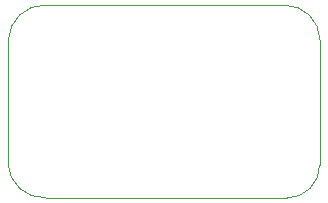
<source format=gbr>
%TF.GenerationSoftware,Altium Limited,Altium Designer,22.10.1 (41)*%
G04 Layer_Color=0*
%FSLAX45Y45*%
%MOMM*%
%TF.SameCoordinates,7C4CEE53-0205-4E42-98F0-91463D168F18*%
%TF.FilePolarity,Positive*%
%TF.FileFunction,Profile,NP*%
%TF.Part,Single*%
G01*
G75*
%TA.AperFunction,Profile*%
%ADD44C,0.02540*%
D44*
X-1070Y353055D02*
X2199Y1402081D01*
D02*
G02*
X317500Y1696719I304970J-10332D01*
G01*
X2336800Y1696720D01*
D02*
G02*
X2641259Y1402081I4910J-299549D01*
G01*
X2641259Y1399541D01*
X2637966Y342903D01*
D02*
G02*
X2362200Y63468I-277601J-1835D01*
G01*
X317500Y66040D01*
D02*
G02*
X-1070Y353055I-15777J302792D01*
G01*
%TF.MD5,8ac39aa99f6a061acf9ad8a82f4371f0*%
M02*

</source>
